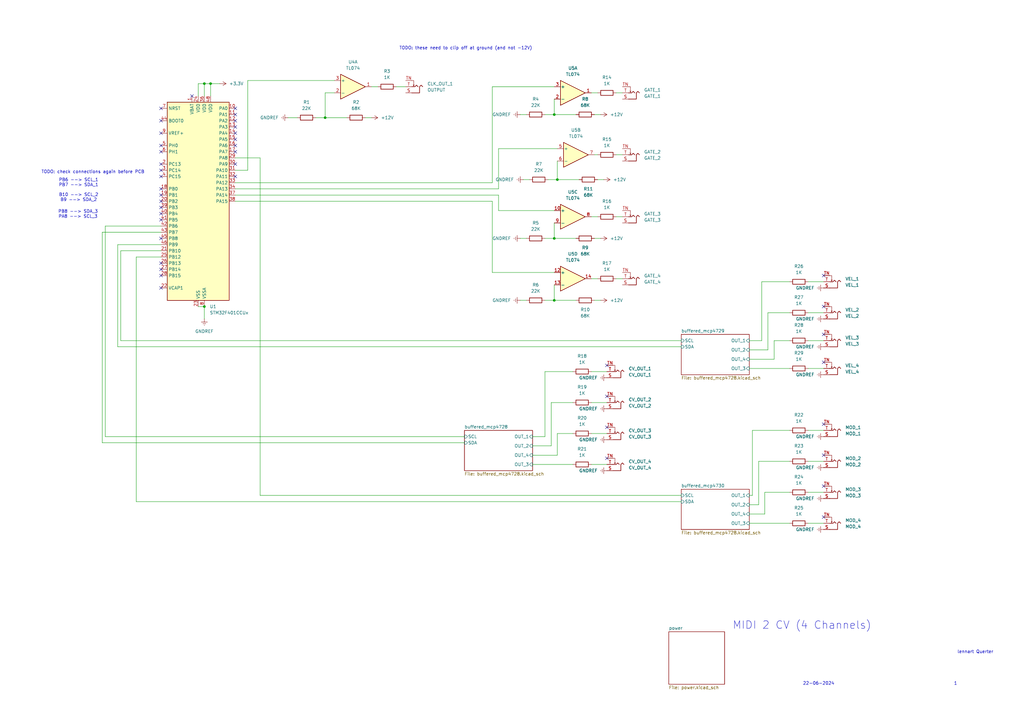
<source format=kicad_sch>
(kicad_sch (version 20231120) (generator "eeschema") (generator_version "8.0")
  (paper "A3")
  (lib_symbols
    (symbol "+12V_1" (power) (pin_numbers hide) (pin_names (offset 0) hide)
      (property "Value" "+12V" (at 0 3.556 0))
      (symbol "+12V_1_0_1"
        (polyline (pts (xy -0.762 1.27) (xy 0 2.54)))
        (polyline (pts (xy 0 0) (xy 0 2.54)))
        (polyline (pts (xy 0 2.54) (xy 0.762 1.27)))
      )
      (symbol "+12V_1_1_1"
        (pin power_in line (at 0 0 90) (length 0) (name "~") (number "1"))
      )
    )
    (symbol "Amplifier_Operational:TL074" (pin_names (offset 0.127))
      (property "Reference" "U" (at 0 5.08 0))
      (property "Value" "TL074" (at 0 -5.08 0))
      (symbol "TL074_1_1"
        (polyline (pts (xy -5.08 5.08) (xy 5.08 0) (xy -5.08 -5.08) (xy -5.08 5.08)) (stroke (width 0.254)) (fill (type background)))
        (pin output line (at 7.62 0 180) (length 2.54) (name "~") (number "1"))
        (pin input line (at -7.62 -2.54 0) (length 2.54) (name "-") (number "2"))
        (pin input line (at -7.62 2.54 0) (length 2.54) (name "+") (number "3"))
      )
      (symbol "TL074_2_1"
        (polyline (pts (xy -5.08 5.08) (xy 5.08 0) (xy -5.08 -5.08) (xy -5.08 5.08)) (stroke (width 0.254)) (fill (type background)))
        (pin input line (at -7.62 2.54 0) (length 2.54) (name "+") (number "5"))
        (pin input line (at -7.62 -2.54 0) (length 2.54) (name "-") (number "6"))
        (pin output line (at 7.62 0 180) (length 2.54) (name "~") (number "7"))
      )
      (symbol "TL074_3_1"
        (polyline (pts (xy -5.08 5.08) (xy 5.08 0) (xy -5.08 -5.08) (xy -5.08 5.08)) (stroke (width 0.254)) (fill (type background)))
        (pin input line (at -7.62 2.54 0) (length 2.54) (name "+") (number "10"))
        (pin output line (at 7.62 0 180) (length 2.54) (name "~") (number "8"))
        (pin input line (at -7.62 -2.54 0) (length 2.54) (name "-") (number "9"))
      )
      (symbol "TL074_4_1"
        (polyline (pts (xy -5.08 5.08) (xy 5.08 0) (xy -5.08 -5.08) (xy -5.08 5.08)) (stroke (width 0.254)) (fill (type background)))
        (pin input line (at -7.62 2.54 0) (length 2.54) (name "+") (number "12"))
        (pin input line (at -7.62 -2.54 0) (length 2.54) (name "-") (number "13"))
        (pin output line (at 7.62 0 180) (length 2.54) (name "~") (number "14"))
      )
      (symbol "TL074_5_1"
        (pin power_in line (at -2.54 -7.62 90) (length 3.81) (name "V-") (number "11"))
        (pin power_in line (at -2.54 7.62 270) (length 3.81) (name "V+") (number "4"))
      )
    )
    (symbol "GNDREF_1" (power) (pin_numbers hide) (pin_names (offset 0) hide)
      (property "Value" "GNDREF" (at 0 -3.81 0))
      (symbol "GNDREF_1_0_1"
        (polyline (pts (xy -0.635 -1.905) (xy 0.635 -1.905)))
        (polyline (pts (xy -0.127 -2.54) (xy 0.127 -2.54)))
        (polyline (pts (xy 0 -1.27) (xy 0 0)))
        (polyline (pts (xy 1.27 -1.27) (xy -1.27 -1.27)))
      )
      (symbol "GNDREF_1_1_1"
        (pin power_in line (at 0 0 270) (length 0) (name "~") (number "1"))
      )
    )
    (symbol "GNDREF_2" (power) (pin_numbers hide) (pin_names (offset 0) hide)
      (property "Value" "GNDREF" (at 0 -3.81 0))
      (symbol "GNDREF_2_0_1"
        (polyline (pts (xy -0.635 -1.905) (xy 0.635 -1.905)))
        (polyline (pts (xy -0.127 -2.54) (xy 0.127 -2.54)))
        (polyline (pts (xy 0 -1.27) (xy 0 0)))
        (polyline (pts (xy 1.27 -1.27) (xy -1.27 -1.27)))
      )
      (symbol "GNDREF_2_1_1"
        (pin power_in line (at 0 0 270) (length 0) (name "~") (number "1"))
      )
    )
    (symbol "GNDREF_3" (power) (pin_numbers hide) (pin_names (offset 0) hide)
      (property "Value" "GNDREF" (at 0 -3.81 0))
      (symbol "GNDREF_3_0_1"
        (polyline (pts (xy -0.635 -1.905) (xy 0.635 -1.905)))
        (polyline (pts (xy -0.127 -2.54) (xy 0.127 -2.54)))
        (polyline (pts (xy 0 -1.27) (xy 0 0)))
        (polyline (pts (xy 1.27 -1.27) (xy -1.27 -1.27)))
      )
      (symbol "GNDREF_3_1_1"
        (pin power_in line (at 0 0 270) (length 0) (name "~") (number "1"))
      )
    )
    (symbol "MCU_ST_STM32F4:STM32F401CCUx"
      (property "Reference" "U" (at -12.7 41.91 0))
      (property "Value" "STM32F401CCUx" (at 7.62 41.91 0))
      (symbol "STM32F401CCUx_0_1"
        (rectangle (start -12.7 -40.64) (end 12.7 40.64) (stroke (width 0.254)) (fill (type background)))
      )
      (symbol "STM32F401CCUx_1_1"
        (pin power_in line (at -2.54 43.18 270) (length 2.54) (name "VBAT") (number "1"))
        (pin bidirectional line (at 15.24 38.1 180) (length 2.54) (name "PA0") (number "10"))
        (pin bidirectional line (at 15.24 35.56 180) (length 2.54) (name "PA1") (number "11"))
        (pin bidirectional line (at 15.24 33.02 180) (length 2.54) (name "PA2") (number "12"))
        (pin bidirectional line (at 15.24 30.48 180) (length 2.54) (name "PA3") (number "13"))
        (pin bidirectional line (at 15.24 27.94 180) (length 2.54) (name "PA4") (number "14"))
        (pin bidirectional line (at 15.24 25.4 180) (length 2.54) (name "PA5") (number "15"))
        (pin bidirectional line (at 15.24 22.86 180) (length 2.54) (name "PA6") (number "16"))
        (pin bidirectional line (at 15.24 20.32 180) (length 2.54) (name "PA7") (number "17"))
        (pin bidirectional line (at -15.24 5.08 0) (length 2.54) (name "PB0") (number "18"))
        (pin bidirectional line (at -15.24 2.54 0) (length 2.54) (name "PB1") (number "19"))
        (pin bidirectional line (at -15.24 15.24 0) (length 2.54) (name "PC13") (number "2"))
        (pin bidirectional line (at -15.24 0 0) (length 2.54) (name "PB2") (number "20"))
        (pin bidirectional line (at -15.24 -20.32 0) (length 2.54) (name "PB10") (number "21"))
        (pin power_out line (at -15.24 -35.56 0) (length 2.54) (name "VCAP1") (number "22"))
        (pin power_in line (at 0 -43.18 90) (length 2.54) (name "VSS") (number "23"))
        (pin power_in line (at 0 43.18 270) (length 2.54) (name "VDD") (number "24"))
        (pin bidirectional line (at -15.24 -22.86 0) (length 2.54) (name "PB12") (number "25"))
        (pin bidirectional line (at -15.24 -25.4 0) (length 2.54) (name "PB13") (number "26"))
        (pin bidirectional line (at -15.24 -27.94 0) (length 2.54) (name "PB14") (number "27"))
        (pin bidirectional line (at -15.24 -30.48 0) (length 2.54) (name "PB15") (number "28"))
        (pin bidirectional line (at 15.24 17.78 180) (length 2.54) (name "PA8") (number "29"))
        (pin bidirectional line (at -15.24 12.7 0) (length 2.54) (name "PC14") (number "3"))
        (pin bidirectional line (at 15.24 15.24 180) (length 2.54) (name "PA9") (number "30"))
        (pin bidirectional line (at 15.24 12.7 180) (length 2.54) (name "PA10") (number "31"))
        (pin bidirectional line (at 15.24 10.16 180) (length 2.54) (name "PA11") (number "32"))
        (pin bidirectional line (at 15.24 7.62 180) (length 2.54) (name "PA12") (number "33"))
        (pin bidirectional line (at 15.24 5.08 180) (length 2.54) (name "PA13") (number "34"))
        (pin passive line (at 0 -43.18 90) (length 2.54) hide (name "VSS") (number "35"))
        (pin power_in line (at 2.54 43.18 270) (length 2.54) (name "VDD") (number "36"))
        (pin bidirectional line (at 15.24 2.54 180) (length 2.54) (name "PA14") (number "37"))
        (pin bidirectional line (at 15.24 0 180) (length 2.54) (name "PA15") (number "38"))
        (pin bidirectional line (at -15.24 -2.54 0) (length 2.54) (name "PB3") (number "39"))
        (pin bidirectional line (at -15.24 10.16 0) (length 2.54) (name "PC15") (number "4"))
        (pin bidirectional line (at -15.24 -5.08 0) (length 2.54) (name "PB4") (number "40"))
        (pin bidirectional line (at -15.24 -7.62 0) (length 2.54) (name "PB5") (number "41"))
        (pin bidirectional line (at -15.24 -10.16 0) (length 2.54) (name "PB6") (number "42"))
        (pin bidirectional line (at -15.24 -12.7 0) (length 2.54) (name "PB7") (number "43"))
        (pin input line (at -15.24 33.02 0) (length 2.54) (name "BOOT0") (number "44"))
        (pin bidirectional line (at -15.24 -15.24 0) (length 2.54) (name "PB8") (number "45"))
        (pin bidirectional line (at -15.24 -17.78 0) (length 2.54) (name "PB9") (number "46"))
        (pin passive line (at 0 -43.18 90) (length 2.54) hide (name "VSS") (number "47"))
        (pin power_in line (at 5.08 43.18 270) (length 2.54) (name "VDD") (number "48"))
        (pin passive line (at 0 -43.18 90) (length 2.54) hide (name "VSS") (number "49"))
        (pin bidirectional line (at -15.24 22.86 0) (length 2.54) (name "PH0") (number "5"))
        (pin bidirectional line (at -15.24 20.32 0) (length 2.54) (name "PH1") (number "6"))
        (pin input line (at -15.24 38.1 0) (length 2.54) (name "NRST") (number "7"))
        (pin power_in line (at 2.54 -43.18 90) (length 2.54) (name "VSSA") (number "8"))
        (pin input line (at -15.24 27.94 0) (length 2.54) (name "VREF+") (number "9"))
      )
    )
    (symbol "power:+3.3V" (power) (pin_numbers hide) (pin_names (offset 0) hide)
      (property "Value" "+3.3V" (at 0 3.556 0))
      (symbol "+3.3V_0_1"
        (polyline (pts (xy -0.762 1.27) (xy 0 2.54)))
        (polyline (pts (xy 0 0) (xy 0 2.54)))
        (polyline (pts (xy 0 2.54) (xy 0.762 1.27)))
      )
      (symbol "+3.3V_1_1"
        (pin power_in line (at 0 0 90) (length 0) (name "~") (number "1"))
      )
    )
    (symbol "synth:AudioJack_Mono_3.5mm"
      (property "Reference" "J" (at 0 8.89 0))
      (property "Value" "AudioJack_Mono_3.5mm" (at 0 6.35 0))
      (symbol "AudioJack_Mono_3.5mm_0_1"
        (polyline (pts (xy 1.778 -0.254) (xy 2.032 -0.762)))
        (polyline (pts (xy 0 0) (xy 0.635 -0.635) (xy 1.27 0) (xy 2.54 0)) (stroke (width 0.254)))
        (polyline (pts (xy 2.54 -2.54) (xy 1.778 -2.54) (xy 1.778 -0.254) (xy 1.524 -0.762)))
        (polyline (pts (xy 2.54 2.54) (xy -0.635 2.54) (xy -0.635 0) (xy -1.27 -0.635) (xy -1.905 0)) (stroke (width 0.254)))
      )
      (symbol "AudioJack_Mono_3.5mm_1_1"
        (pin passive line (at 5.08 2.54 180) (length 2.54) (name "~") (number "S"))
        (pin passive line (at 5.08 0 180) (length 2.54) (name "~") (number "T"))
        (pin passive line (at 5.08 -2.54 180) (length 2.54) (name "~") (number "TN"))
      )
    )
    (symbol "synth:R_Default" (pin_numbers hide) (pin_names (offset 0))
      (property "Reference" "R" (at -2.032 0 90))
      (property "Value" "R1" (at 2.032 0 90))
      (symbol "R_Default_0_1"
        (rectangle (start 1.016 -2.54) (end -1.016 2.54) (stroke (width 0.254)))
      )
      (symbol "R_Default_1_1"
        (pin passive line (at 0 -3.81 90) (length 1.27) (name "~") (number "1"))
        (pin passive line (at 0 3.81 270) (length 1.27) (name "~") (number "2"))
      )
    )
  )
  (junction (at 227.33 97.79))
  (junction (at 227.33 46.99))
  (junction (at 83.82 34.29))
  (junction (at 133.35 48.26))
  (junction (at 86.36 34.29))
  (junction (at 228.6 73.66))
  (junction (at 83.82 125.73))
  (junction (at 227.33 123.19))
  (no_connect (at 248.92 187.96))
  (no_connect (at 337.82 148.59))
  (no_connect (at 96.52 59.69))
  (no_connect (at 66.04 90.17))
  (no_connect (at 248.92 162.56))
  (no_connect (at 66.04 62.23))
  (no_connect (at 66.04 67.31))
  (no_connect (at 96.52 44.45))
  (no_connect (at 96.52 46.99))
  (no_connect (at 337.82 125.73))
  (no_connect (at 78.74 39.37))
  (no_connect (at 66.04 44.45))
  (no_connect (at 337.82 199.39))
  (no_connect (at 66.04 54.61))
  (no_connect (at 248.92 175.26))
  (no_connect (at 66.04 72.39))
  (no_connect (at 66.04 59.69))
  (no_connect (at 96.52 54.61))
  (no_connect (at 66.04 82.55))
  (no_connect (at 96.52 52.07))
  (no_connect (at 248.92 149.86))
  (no_connect (at 66.04 49.53))
  (no_connect (at 96.52 72.39))
  (no_connect (at 337.82 137.16))
  (no_connect (at 337.82 186.69))
  (no_connect (at 96.52 67.31))
  (no_connect (at 96.52 49.53))
  (no_connect (at 337.82 113.03))
  (no_connect (at 96.52 57.15))
  (no_connect (at 66.04 87.63))
  (no_connect (at 337.82 173.99))
  (no_connect (at 66.04 77.47))
  (no_connect (at 66.04 69.85))
  (no_connect (at 66.04 118.11))
  (no_connect (at 66.04 97.79))
  (no_connect (at 337.82 212.09))
  (no_connect (at 66.04 85.09))
  (no_connect (at 66.04 113.03))
  (no_connect (at 66.04 110.49))
  (no_connect (at 96.52 62.23))
  (no_connect (at 66.04 80.01))
  (no_connect (at 66.04 107.95))
  (wire (pts (xy 242.57 177.8) (xy 248.92 177.8)))
  (wire (pts (xy 83.82 39.37) (xy 83.82 34.29)))
  (wire (pts (xy 307.34 139.7) (xy 312.42 139.7)))
  (wire (pts (xy 331.47 214.63) (xy 337.82 214.63)))
  (wire (pts (xy 308.61 203.2) (xy 308.61 176.53)))
  (wire (pts (xy 96.52 74.93) (xy 201.93 74.93)))
  (wire (pts (xy 49.53 102.87) (xy 49.53 139.7)))
  (wire (pts (xy 252.73 38.1) (xy 255.27 38.1)))
  (wire (pts (xy 213.36 46.99) (xy 215.9 46.99)))
  (wire (pts (xy 245.11 38.1) (xy 242.57 38.1)))
  (wire (pts (xy 223.52 179.07) (xy 223.52 152.4)))
  (wire (pts (xy 245.11 73.66) (xy 247.65 73.66)))
  (wire (pts (xy 252.73 63.5) (xy 255.27 63.5)))
  (wire (pts (xy 66.04 100.33) (xy 48.26 100.33)))
  (wire (pts (xy 218.44 182.88) (xy 226.06 182.88)))
  (wire (pts (xy 228.6 186.69) (xy 228.6 177.8)))
  (wire (pts (xy 228.6 73.66) (xy 237.49 73.66)))
  (wire (pts (xy 218.44 186.69) (xy 228.6 186.69)))
  (wire (pts (xy 224.79 73.66) (xy 228.6 73.66)))
  (wire (pts (xy 101.6 33.02) (xy 101.6 69.85)))
  (wire (pts (xy 331.47 128.27) (xy 337.82 128.27)))
  (wire (pts (xy 331.47 139.7) (xy 337.82 139.7)))
  (wire (pts (xy 213.36 97.79) (xy 215.9 97.79)))
  (wire (pts (xy 55.88 205.74) (xy 279.4 205.74)))
  (wire (pts (xy 152.4 35.56) (xy 154.94 35.56)))
  (wire (pts (xy 331.47 201.93) (xy 337.82 201.93)))
  (wire (pts (xy 227.33 123.19) (xy 236.22 123.19)))
  (wire (pts (xy 118.11 48.26) (xy 121.92 48.26)))
  (wire (pts (xy 83.82 130.81) (xy 83.82 125.73)))
  (wire (pts (xy 149.86 48.26) (xy 152.4 48.26)))
  (wire (pts (xy 279.4 203.2) (xy 106.68 203.2)))
  (wire (pts (xy 243.84 46.99) (xy 246.38 46.99)))
  (wire (pts (xy 43.18 179.07) (xy 190.5 179.07)))
  (wire (pts (xy 201.93 74.93) (xy 201.93 35.56)))
  (wire (pts (xy 101.6 33.02) (xy 137.16 33.02)))
  (wire (pts (xy 204.47 77.47) (xy 204.47 60.96)))
  (wire (pts (xy 204.47 86.36) (xy 227.33 86.36)))
  (wire (pts (xy 223.52 123.19) (xy 227.33 123.19)))
  (wire (pts (xy 41.91 181.61) (xy 190.5 181.61)))
  (wire (pts (xy 201.93 111.76) (xy 227.33 111.76)))
  (wire (pts (xy 308.61 176.53) (xy 323.85 176.53)))
  (wire (pts (xy 66.04 102.87) (xy 49.53 102.87)))
  (wire (pts (xy 66.04 92.71) (xy 43.18 92.71)))
  (wire (pts (xy 242.57 190.5) (xy 248.92 190.5)))
  (wire (pts (xy 252.73 88.9) (xy 255.27 88.9)))
  (wire (pts (xy 227.33 97.79) (xy 227.33 91.44)))
  (wire (pts (xy 48.26 100.33) (xy 48.26 142.24)))
  (wire (pts (xy 243.84 123.19) (xy 246.38 123.19)))
  (wire (pts (xy 96.52 69.85) (xy 101.6 69.85)))
  (wire (pts (xy 307.34 214.63) (xy 323.85 214.63)))
  (wire (pts (xy 48.26 142.24) (xy 279.4 142.24)))
  (wire (pts (xy 49.53 139.7) (xy 279.4 139.7)))
  (wire (pts (xy 96.52 77.47) (xy 204.47 77.47)))
  (wire (pts (xy 133.35 48.26) (xy 142.24 48.26)))
  (wire (pts (xy 311.15 207.01) (xy 311.15 189.23)))
  (wire (pts (xy 129.54 48.26) (xy 133.35 48.26)))
  (wire (pts (xy 218.44 190.5) (xy 234.95 190.5)))
  (wire (pts (xy 55.88 105.41) (xy 55.88 205.74)))
  (wire (pts (xy 96.52 80.01) (xy 204.47 80.01)))
  (wire (pts (xy 242.57 152.4) (xy 248.92 152.4)))
  (wire (pts (xy 227.33 123.19) (xy 227.33 116.84)))
  (wire (pts (xy 331.47 115.57) (xy 337.82 115.57)))
  (wire (pts (xy 314.96 128.27) (xy 323.85 128.27)))
  (wire (pts (xy 81.28 125.73) (xy 83.82 125.73)))
  (wire (pts (xy 227.33 40.64) (xy 227.33 46.99)))
  (wire (pts (xy 213.36 123.19) (xy 215.9 123.19)))
  (wire (pts (xy 226.06 165.1) (xy 234.95 165.1)))
  (wire (pts (xy 307.34 203.2) (xy 308.61 203.2)))
  (wire (pts (xy 204.47 80.01) (xy 204.47 86.36)))
  (wire (pts (xy 312.42 115.57) (xy 323.85 115.57)))
  (wire (pts (xy 317.5 139.7) (xy 323.85 139.7)))
  (wire (pts (xy 311.15 189.23) (xy 323.85 189.23)))
  (wire (pts (xy 41.91 181.61) (xy 41.91 95.25)))
  (wire (pts (xy 252.73 114.3) (xy 255.27 114.3)))
  (wire (pts (xy 223.52 46.99) (xy 227.33 46.99)))
  (wire (pts (xy 243.84 97.79) (xy 246.38 97.79)))
  (wire (pts (xy 133.35 48.26) (xy 133.35 38.1)))
  (wire (pts (xy 228.6 73.66) (xy 228.6 66.04)))
  (wire (pts (xy 41.91 95.25) (xy 66.04 95.25)))
  (wire (pts (xy 106.68 64.77) (xy 96.52 64.77)))
  (wire (pts (xy 331.47 189.23) (xy 337.82 189.23)))
  (wire (pts (xy 96.52 82.55) (xy 201.93 82.55)))
  (wire (pts (xy 331.47 176.53) (xy 337.82 176.53)))
  (wire (pts (xy 83.82 34.29) (xy 86.36 34.29)))
  (wire (pts (xy 223.52 152.4) (xy 234.95 152.4)))
  (wire (pts (xy 314.96 143.51) (xy 314.96 128.27)))
  (wire (pts (xy 307.34 147.32) (xy 317.5 147.32)))
  (wire (pts (xy 204.47 60.96) (xy 228.6 60.96)))
  (wire (pts (xy 307.34 143.51) (xy 314.96 143.51)))
  (wire (pts (xy 223.52 97.79) (xy 227.33 97.79)))
  (wire (pts (xy 226.06 182.88) (xy 226.06 165.1)))
  (wire (pts (xy 317.5 147.32) (xy 317.5 139.7)))
  (wire (pts (xy 43.18 92.71) (xy 43.18 179.07)))
  (wire (pts (xy 86.36 34.29) (xy 90.17 34.29)))
  (wire (pts (xy 245.11 63.5) (xy 243.84 63.5)))
  (wire (pts (xy 313.69 210.82) (xy 313.69 201.93)))
  (wire (pts (xy 201.93 35.56) (xy 227.33 35.56)))
  (wire (pts (xy 133.35 38.1) (xy 137.16 38.1)))
  (wire (pts (xy 331.47 151.13) (xy 337.82 151.13)))
  (wire (pts (xy 313.69 201.93) (xy 323.85 201.93)))
  (wire (pts (xy 81.28 39.37) (xy 81.28 34.29)))
  (wire (pts (xy 242.57 165.1) (xy 248.92 165.1)))
  (wire (pts (xy 307.34 210.82) (xy 313.69 210.82)))
  (wire (pts (xy 312.42 139.7) (xy 312.42 115.57)))
  (wire (pts (xy 86.36 39.37) (xy 86.36 34.29)))
  (wire (pts (xy 66.04 105.41) (xy 55.88 105.41)))
  (wire (pts (xy 81.28 34.29) (xy 83.82 34.29)))
  (wire (pts (xy 227.33 46.99) (xy 236.22 46.99)))
  (wire (pts (xy 307.34 207.01) (xy 311.15 207.01)))
  (wire (pts (xy 307.34 151.13) (xy 323.85 151.13)))
  (wire (pts (xy 228.6 177.8) (xy 234.95 177.8)))
  (wire (pts (xy 106.68 203.2) (xy 106.68 64.77)))
  (wire (pts (xy 242.57 88.9) (xy 245.11 88.9)))
  (wire (pts (xy 214.63 73.66) (xy 217.17 73.66)))
  (wire (pts (xy 218.44 179.07) (xy 223.52 179.07)))
  (wire (pts (xy 242.57 114.3) (xy 245.11 114.3)))
  (wire (pts (xy 201.93 82.55) (xy 201.93 111.76)))
  (wire (pts (xy 227.33 97.79) (xy 236.22 97.79)))
  (wire (pts (xy 162.56 35.56) (xy 166.37 35.56)))
  (text "22-06-2024" (at 335.788 280.416 0) (effects (font (size 1.27 1.27))))
  (text "B10 --> SCL_2\nB9 --> SDA_2" (at 32.258 81.026 0) (effects (font (size 1.27 1.27))))
  (text "1" (at 391.922 280.416 0) (effects (font (size 1.27 1.27))))
  (text "lennart Querter" (at 400.05 267.462 0) (effects (font (size 1.27 1.27))))
  (text "TODO: check connections again before PCB" (at 38.1 70.612 0) (effects (font (size 1.27 1.27))))
  (text "PB8 --> SDA_3\nPA8 --> SCL_3" (at 32.004 87.884 0) (effects (font (size 1.27 1.27))))
  (text "PB6 --> SCL_1\nPB7 --> SDA_1" (at 32.258 74.93 0) (effects (font (size 1.27 1.27))))
  (text "MIDI 2 CV (4 Channels)" (at 328.93 256.54 0) (effects (font (size 3.1496 3.1496))))
  (text "TODO: these need to clip off at ground (and not -12V)" (at 191.008 19.812 0) (effects (font (size 1.27 1.27))))
  (symbol (lib_name "+12V_1") (lib_id "power:+12V") (at 246.38 123.19 270) (unit 1)
    (property "Reference" "#PWR025" (effects (hide yes)))
    (property "Value" "+12V" (at 250.19 123.1899 90) (effects (justify left)))
    (property "Description" "Power symbol creates a global label with name \"+12V\"" (effects (hide yes)))
  )
  (symbol (lib_id "synth:R_Default") (at 219.71 97.79 270) (unit 1)
    (property "Reference" "R5" (at 219.71 91.44 90))
    (property "Value" "22K" (at 219.71 93.98 90))
    (property "Footprint" "Synth:R_Default (DIN0207)" (effects (hide yes)))
    (property "Description" "Resistor" (effects (hide yes)))
  )
  (symbol (lib_id "synth:R_Default") (at 220.98 73.66 270) (unit 1)
    (property "Reference" "R7" (at 220.98 67.31 90))
    (property "Value" "22K" (at 220.98 69.85 90))
    (property "Footprint" "Synth:R_Default (DIN0207)" (effects (hide yes)))
    (property "Description" "Resistor" (effects (hide yes)))
  )
  (symbol (lib_id "synth:R_Default") (at 238.76 190.5 90) (unit 1)
    (property "Reference" "R21" (at 238.76 184.15 90))
    (property "Value" "1K" (at 238.76 186.69 90))
    (property "Footprint" "Synth:R_Default (DIN0207)" (effects (hide yes)))
    (property "Description" "Resistor" (effects (hide yes)))
  )
  (symbol (lib_id "synth:AudioJack_Mono_3.5mm") (at 254 165.1 180) (unit 1)
    (property "Reference" "CV_OUT_2" (at 257.81 163.8934 0) (effects (justify right)))
    (property "Value" "CV_OUT_2" (at 257.81 166.4334 0) (effects (justify right)))
    (property "Footprint" "Synth:Jack_3.5mm_QingPu_WQP-PJ398SM_Vertical_CircularHoles" (effects (hide yes)))
    (property "Description" "Audio Jack, 2 Poles (Mono / TS), Switched T Pole (Normalling)" (effects (hide yes)))
  )
  (symbol (lib_id "synth:R_Default") (at 240.03 97.79 270) (unit 1)
    (property "Reference" "R9" (at 240.03 101.6 90))
    (property "Value" "68K" (at 240.03 104.14 90))
    (property "Footprint" "Synth:R_Default (DIN0207)" (effects (hide yes)))
    (property "Description" "Resistor" (effects (hide yes)))
  )
  (symbol (lib_name "+12V_1") (lib_id "power:+12V") (at 247.65 73.66 270) (unit 1)
    (property "Reference" "#PWR026" (effects (hide yes)))
    (property "Value" "+12V" (at 251.46 73.6599 90) (effects (justify left)))
    (property "Description" "Power symbol creates a global label with name \"+12V\"" (effects (hide yes)))
  )
  (symbol (lib_id "synth:R_Default") (at 327.66 115.57 90) (unit 1)
    (property "Reference" "R26" (at 327.66 109.22 90))
    (property "Value" "1K" (at 327.66 111.76 90))
    (property "Footprint" "Synth:R_Default (DIN0207)" (effects (hide yes)))
    (property "Description" "Resistor" (effects (hide yes)))
  )
  (symbol (lib_id "synth:R_Default") (at 248.92 88.9 90) (unit 1)
    (property "Reference" "R16" (at 248.92 82.55 90))
    (property "Value" "1K" (at 248.92 85.09 90))
    (property "Footprint" "Synth:R_Default (DIN0207)" (effects (hide yes)))
    (property "Description" "Resistor" (effects (hide yes)))
  )
  (symbol (lib_name "GNDREF_3") (lib_id "power:GNDREF") (at 213.36 46.99 270) (unit 1)
    (property "Reference" "#PWR018" (effects (hide yes)))
    (property "Value" "GNDREF" (at 209.55 46.9899 90) (effects (justify right)))
    (property "Description" "Power symbol creates a global label with name \"GNDREF\" , reference supply ground" (effects (hide yes)))
  )
  (symbol (lib_id "synth:R_Default") (at 146.05 48.26 270) (unit 1)
    (property "Reference" "R2" (at 146.05 41.91 90))
    (property "Value" "68K" (at 146.05 44.45 90))
    (property "Footprint" "Synth:R_Default (DIN0207)" (effects (hide yes)))
    (property "Description" "Resistor" (effects (hide yes)))
  )
  (symbol (lib_name "GNDREF_2") (lib_id "power:GNDREF") (at 337.82 204.47 270) (unit 1)
    (property "Reference" "#PWR036" (effects (hide yes)))
    (property "Value" "GNDREF" (at 334.01 204.4699 90) (effects (justify right)))
    (property "Description" "Power symbol creates a global label with name \"GNDREF\" , reference supply ground" (effects (hide yes)))
  )
  (symbol (lib_id "synth:R_Default") (at 327.66 201.93 90) (unit 1)
    (property "Reference" "R24" (at 327.66 195.58 90))
    (property "Value" "1K" (at 327.66 198.12 90))
    (property "Footprint" "Synth:R_Default (DIN0207)" (effects (hide yes)))
    (property "Description" "Resistor" (effects (hide yes)))
  )
  (symbol (lib_id "synth:R_Default") (at 241.3 73.66 270) (unit 1)
    (property "Reference" "R11" (at 241.3 77.47 90))
    (property "Value" "68K" (at 241.3 80.01 90))
    (property "Footprint" "Synth:R_Default (DIN0207)" (effects (hide yes)))
    (property "Description" "Resistor" (effects (hide yes)))
  )
  (symbol (lib_id "synth:R_Default") (at 238.76 165.1 90) (unit 1)
    (property "Reference" "R19" (at 238.76 158.75 90))
    (property "Value" "1K" (at 238.76 161.29 90))
    (property "Footprint" "Synth:R_Default (DIN0207)" (effects (hide yes)))
    (property "Description" "Resistor" (effects (hide yes)))
  )
  (symbol (lib_id "power:+3.3V") (at 90.17 34.29 270) (unit 1)
    (property "Reference" "#PWR05" (effects (hide yes)))
    (property "Value" "+3.3V" (at 93.98 34.2899 90) (effects (justify left)))
    (property "Description" "Power symbol creates a global label with name \"+3.3V\"" (effects (hide yes)))
  )
  (symbol (lib_id "synth:R_Default") (at 240.03 123.19 270) (unit 1)
    (property "Reference" "R10" (at 240.03 127 90))
    (property "Value" "68K" (at 240.03 129.54 90))
    (property "Footprint" "Synth:R_Default (DIN0207)" (effects (hide yes)))
    (property "Description" "Resistor" (effects (hide yes)))
  )
  (symbol (lib_id "synth:AudioJack_Mono_3.5mm") (at 171.45 35.56 180) (unit 1)
    (property "Reference" "CLK_OUT_1" (at 175.26 34.3534 0) (effects (justify right)))
    (property "Value" "OUTPUT" (at 175.26 36.8934 0) (effects (justify right)))
    (property "Footprint" "Synth:Jack_3.5mm_QingPu_WQP-PJ398SM_Vertical_CircularHoles" (effects (hide yes)))
    (property "Description" "Audio Jack, 2 Poles (Mono / TS), Switched T Pole (Normalling)" (effects (hide yes)))
  )
  (symbol (lib_id "synth:AudioJack_Mono_3.5mm") (at 342.9 151.13 180) (unit 1)
    (property "Reference" "VEL_4" (at 346.71 149.9234 0) (effects (justify right)))
    (property "Value" "VEL_4" (at 346.71 152.4634 0) (effects (justify right)))
    (property "Footprint" "Synth:Jack_3.5mm_QingPu_WQP-PJ398SM_Vertical_CircularHoles" (effects (hide yes)))
    (property "Description" "Audio Jack, 2 Poles (Mono / TS), Switched T Pole (Normalling)" (effects (hide yes)))
  )
  (symbol (lib_id "synth:AudioJack_Mono_3.5mm") (at 342.9 115.57 180) (unit 1)
    (property "Reference" "VEL_1" (at 346.71 114.3634 0) (effects (justify right)))
    (property "Value" "VEL_1" (at 346.71 116.9034 0) (effects (justify right)))
    (property "Footprint" "Synth:Jack_3.5mm_QingPu_WQP-PJ398SM_Vertical_CircularHoles" (effects (hide yes)))
    (property "Description" "Audio Jack, 2 Poles (Mono / TS), Switched T Pole (Normalling)" (effects (hide yes)))
  )
  (symbol (lib_id "synth:AudioJack_Mono_3.5mm") (at 342.9 139.7 180) (unit 1)
    (property "Reference" "VEL_3" (at 346.71 138.4934 0) (effects (justify right)))
    (property "Value" "VEL_3" (at 346.71 141.0334 0) (effects (justify right)))
    (property "Footprint" "Synth:Jack_3.5mm_QingPu_WQP-PJ398SM_Vertical_CircularHoles" (effects (hide yes)))
    (property "Description" "Audio Jack, 2 Poles (Mono / TS), Switched T Pole (Normalling)" (effects (hide yes)))
  )
  (symbol (lib_id "synth:AudioJack_Mono_3.5mm") (at 342.9 128.27 180) (unit 1)
    (property "Reference" "VEL_2" (at 346.71 127.0634 0) (effects (justify right)))
    (property "Value" "VEL_2" (at 346.71 129.6034 0) (effects (justify right)))
    (property "Footprint" "Synth:Jack_3.5mm_QingPu_WQP-PJ398SM_Vertical_CircularHoles" (effects (hide yes)))
    (property "Description" "Audio Jack, 2 Poles (Mono / TS), Switched T Pole (Normalling)" (effects (hide yes)))
  )
  (symbol (lib_name "GNDREF_3") (lib_id "power:GNDREF") (at 118.11 48.26 270) (unit 1)
    (property "Reference" "#PWR09" (effects (hide yes)))
    (property "Value" "GNDREF" (at 114.3 48.2599 90) (effects (justify right)))
    (property "Description" "Power symbol creates a global label with name \"GNDREF\" , reference supply ground" (effects (hide yes)))
  )
  (symbol (lib_id "Amplifier_Operational:TL074") (at 144.78 35.56 0) (unit 1)
    (property "Reference" "U4" (at 144.78 25.4 0))
    (property "Value" "TL074" (at 144.78 27.94 0))
    (property "Datasheet" "http://www.ti.com/lit/ds/symlink/tl071.pdf" (effects (hide yes)))
    (property "Description" "Quad Low-Noise JFET-Input Operational Amplifiers, DIP-14/SOIC-14" (effects (hide yes)))
  )
  (symbol (lib_name "GNDREF_2") (lib_id "power:GNDREF") (at 337.82 130.81 270) (unit 1)
    (property "Reference" "#PWR039" (effects (hide yes)))
    (property "Value" "GNDREF" (at 334.01 130.8099 90) (effects (justify right)))
    (property "Description" "Power symbol creates a global label with name \"GNDREF\" , reference supply ground" (effects (hide yes)))
  )
  (symbol (lib_name "GNDREF_3") (lib_id "power:GNDREF") (at 213.36 97.79 270) (unit 1)
    (property "Reference" "#PWR019" (effects (hide yes)))
    (property "Value" "GNDREF" (at 209.55 97.7899 90) (effects (justify right)))
    (property "Description" "Power symbol creates a global label with name \"GNDREF\" , reference supply ground" (effects (hide yes)))
  )
  (symbol (lib_id "synth:R_Default") (at 327.66 151.13 90) (unit 1)
    (property "Reference" "R29" (at 327.66 144.78 90))
    (property "Value" "1K" (at 327.66 147.32 90))
    (property "Footprint" "Synth:R_Default (DIN0207)" (effects (hide yes)))
    (property "Description" "Resistor" (effects (hide yes)))
  )
  (symbol (lib_name "GNDREF_2") (lib_id "power:GNDREF") (at 337.82 153.67 270) (unit 1)
    (property "Reference" "#PWR041" (effects (hide yes)))
    (property "Value" "GNDREF" (at 334.01 153.6699 90) (effects (justify right)))
    (property "Description" "Power symbol creates a global label with name \"GNDREF\" , reference supply ground" (effects (hide yes)))
  )
  (symbol (lib_id "synth:AudioJack_Mono_3.5mm") (at 254 177.8 180) (unit 1)
    (property "Reference" "CV_OUT_3" (at 257.81 176.5934 0) (effects (justify right)))
    (property "Value" "CV_OUT_3" (at 257.81 179.1334 0) (effects (justify right)))
    (property "Footprint" "Synth:Jack_3.5mm_QingPu_WQP-PJ398SM_Vertical_CircularHoles" (effects (hide yes)))
    (property "Description" "Audio Jack, 2 Poles (Mono / TS), Switched T Pole (Normalling)" (effects (hide yes)))
  )
  (symbol (lib_name "+12V_1") (lib_id "power:+12V") (at 246.38 46.99 270) (unit 1)
    (property "Reference" "#PWR023" (effects (hide yes)))
    (property "Value" "+12V" (at 250.19 46.9899 90) (effects (justify left)))
    (property "Description" "Power symbol creates a global label with name \"+12V\"" (effects (hide yes)))
  )
  (symbol (lib_id "Amplifier_Operational:TL074") (at 234.95 88.9 0) (unit 3)
    (property "Reference" "U5" (at 234.95 78.74 0))
    (property "Value" "TL074" (at 234.95 81.28 0))
    (property "Datasheet" "http://www.ti.com/lit/ds/symlink/tl071.pdf" (effects (hide yes)))
    (property "Description" "Quad Low-Noise JFET-Input Operational Amplifiers, DIP-14/SOIC-14" (effects (hide yes)))
  )
  (symbol (lib_id "synth:AudioJack_Mono_3.5mm") (at 342.9 189.23 180) (unit 1)
    (property "Reference" "MOD_2" (at 346.71 188.0234 0) (effects (justify right)))
    (property "Value" "MOD_2" (at 346.71 190.5634 0) (effects (justify right)))
    (property "Footprint" "Synth:Jack_3.5mm_QingPu_WQP-PJ398SM_Vertical_CircularHoles" (effects (hide yes)))
    (property "Description" "Audio Jack, 2 Poles (Mono / TS), Switched T Pole (Normalling)" (effects (hide yes)))
  )
  (symbol (lib_id "synth:R_Default") (at 327.66 214.63 90) (unit 1)
    (property "Reference" "R25" (at 327.66 208.28 90))
    (property "Value" "1K" (at 327.66 210.82 90))
    (property "Footprint" "Synth:R_Default (DIN0207)" (effects (hide yes)))
    (property "Description" "Resistor" (effects (hide yes)))
  )
  (symbol (lib_name "+12V_1") (lib_id "power:+12V") (at 246.38 97.79 270) (unit 1)
    (property "Reference" "#PWR024" (effects (hide yes)))
    (property "Value" "+12V" (at 250.19 97.7899 90) (effects (justify left)))
    (property "Description" "Power symbol creates a global label with name \"+12V\"" (effects (hide yes)))
  )
  (symbol (lib_name "GNDREF_2") (lib_id "power:GNDREF") (at 337.82 142.24 270) (unit 1)
    (property "Reference" "#PWR040" (effects (hide yes)))
    (property "Value" "GNDREF" (at 334.01 142.2399 90) (effects (justify right)))
    (property "Description" "Power symbol creates a global label with name \"GNDREF\" , reference supply ground" (effects (hide yes)))
  )
  (symbol (lib_name "GNDREF_2") (lib_id "power:GNDREF") (at 337.82 191.77 270) (unit 1)
    (property "Reference" "#PWR035" (effects (hide yes)))
    (property "Value" "GNDREF" (at 334.01 191.7699 90) (effects (justify right)))
    (property "Description" "Power symbol creates a global label with name \"GNDREF\" , reference supply ground" (effects (hide yes)))
  )
  (symbol (lib_id "synth:AudioJack_Mono_3.5mm") (at 260.35 114.3 180) (unit 1)
    (property "Reference" "GATE_4" (at 264.16 113.0934 0) (effects (justify right)))
    (property "Value" "GATE_4" (at 264.16 115.6334 0) (effects (justify right)))
    (property "Footprint" "Synth:Jack_3.5mm_QingPu_WQP-PJ398SM_Vertical_CircularHoles" (effects (hide yes)))
    (property "Description" "Audio Jack, 2 Poles (Mono / TS), Switched T Pole (Normalling)" (effects (hide yes)))
  )
  (symbol (lib_name "GNDREF_3") (lib_id "power:GNDREF") (at 213.36 123.19 270) (unit 1)
    (property "Reference" "#PWR020" (effects (hide yes)))
    (property "Value" "GNDREF" (at 209.55 123.1899 90) (effects (justify right)))
    (property "Description" "Power symbol creates a global label with name \"GNDREF\" , reference supply ground" (effects (hide yes)))
  )
  (symbol (lib_id "synth:R_Default") (at 327.66 189.23 90) (unit 1)
    (property "Reference" "R23" (at 327.66 182.88 90))
    (property "Value" "1K" (at 327.66 185.42 90))
    (property "Footprint" "Synth:R_Default (DIN0207)" (effects (hide yes)))
    (property "Description" "Resistor" (effects (hide yes)))
  )
  (symbol (lib_id "Amplifier_Operational:TL074") (at 234.95 114.3 0) (unit 4)
    (property "Reference" "U5" (at 234.95 104.14 0))
    (property "Value" "TL074" (at 234.95 106.68 0))
    (property "Datasheet" "http://www.ti.com/lit/ds/symlink/tl071.pdf" (effects (hide yes)))
    (property "Description" "Quad Low-Noise JFET-Input Operational Amplifiers, DIP-14/SOIC-14" (effects (hide yes)))
  )
  (symbol (lib_id "synth:R_Default") (at 238.76 152.4 90) (unit 1)
    (property "Reference" "R18" (at 238.76 146.05 90))
    (property "Value" "1K" (at 238.76 148.59 90))
    (property "Footprint" "Synth:R_Default (DIN0207)" (effects (hide yes)))
    (property "Description" "Resistor" (effects (hide yes)))
  )
  (symbol (lib_id "synth:AudioJack_Mono_3.5mm") (at 254 190.5 180) (unit 1)
    (property "Reference" "CV_OUT_4" (at 257.81 189.2934 0) (effects (justify right)))
    (property "Value" "CV_OUT_4" (at 257.81 191.8334 0) (effects (justify right)))
    (property "Footprint" "Synth:Jack_3.5mm_QingPu_WQP-PJ398SM_Vertical_CircularHoles" (effects (hide yes)))
    (property "Description" "Audio Jack, 2 Poles (Mono / TS), Switched T Pole (Normalling)" (effects (hide yes)))
  )
  (symbol (lib_name "GNDREF_2") (lib_id "power:GNDREF") (at 248.92 154.94 270) (unit 1)
    (property "Reference" "#PWR030" (effects (hide yes)))
    (property "Value" "GNDREF" (at 245.11 154.9399 90) (effects (justify right)))
    (property "Description" "Power symbol creates a global label with name \"GNDREF\" , reference supply ground" (effects (hide yes)))
  )
  (symbol (lib_id "synth:AudioJack_Mono_3.5mm") (at 260.35 38.1 180) (unit 1)
    (property "Reference" "GATE_1" (at 264.16 36.8934 0) (effects (justify right)))
    (property "Value" "GATE_1" (at 264.16 39.4334 0) (effects (justify right)))
    (property "Footprint" "Synth:Jack_3.5mm_QingPu_WQP-PJ398SM_Vertical_CircularHoles" (effects (hide yes)))
    (property "Description" "Audio Jack, 2 Poles (Mono / TS), Switched T Pole (Normalling)" (effects (hide yes)))
  )
  (symbol (lib_name "GNDREF_2") (lib_id "power:GNDREF") (at 248.92 180.34 270) (unit 1)
    (property "Reference" "#PWR032" (effects (hide yes)))
    (property "Value" "GNDREF" (at 245.11 180.3399 90) (effects (justify right)))
    (property "Description" "Power symbol creates a global label with name \"GNDREF\" , reference supply ground" (effects (hide yes)))
  )
  (symbol (lib_name "+12V_1") (lib_id "power:+12V") (at 152.4 48.26 270) (unit 1)
    (property "Reference" "#PWR013" (effects (hide yes)))
    (property "Value" "+12V" (at 156.21 48.2599 90) (effects (justify left)))
    (property "Description" "Power symbol creates a global label with name \"+12V\"" (effects (hide yes)))
  )
  (symbol (lib_name "GNDREF_2") (lib_id "power:GNDREF") (at 337.82 179.07 270) (unit 1)
    (property "Reference" "#PWR034" (effects (hide yes)))
    (property "Value" "GNDREF" (at 334.01 179.0699 90) (effects (justify right)))
    (property "Description" "Power symbol creates a global label with name \"GNDREF\" , reference supply ground" (effects (hide yes)))
  )
  (symbol (lib_id "synth:AudioJack_Mono_3.5mm") (at 342.9 201.93 180) (unit 1)
    (property "Reference" "MOD_3" (at 346.71 200.7234 0) (effects (justify right)))
    (property "Value" "MOD_3" (at 346.71 203.2634 0) (effects (justify right)))
    (property "Footprint" "Synth:Jack_3.5mm_QingPu_WQP-PJ398SM_Vertical_CircularHoles" (effects (hide yes)))
    (property "Description" "Audio Jack, 2 Poles (Mono / TS), Switched T Pole (Normalling)" (effects (hide yes)))
  )
  (symbol (lib_id "synth:R_Default") (at 327.66 176.53 90) (unit 1)
    (property "Reference" "R22" (at 327.66 170.18 90))
    (property "Value" "1K" (at 327.66 172.72 90))
    (property "Footprint" "Synth:R_Default (DIN0207)" (effects (hide yes)))
    (property "Description" "Resistor" (effects (hide yes)))
  )
  (symbol (lib_id "synth:R_Default") (at 327.66 128.27 90) (unit 1)
    (property "Reference" "R27" (at 327.66 121.92 90))
    (property "Value" "1K" (at 327.66 124.46 90))
    (property "Footprint" "Synth:R_Default (DIN0207)" (effects (hide yes)))
    (property "Description" "Resistor" (effects (hide yes)))
  )
  (symbol (lib_name "GNDREF_2") (lib_id "power:GNDREF") (at 337.82 118.11 270) (unit 1)
    (property "Reference" "#PWR038" (effects (hide yes)))
    (property "Value" "GNDREF" (at 334.01 118.1099 90) (effects (justify right)))
    (property "Description" "Power symbol creates a global label with name \"GNDREF\" , reference supply ground" (effects (hide yes)))
  )
  (symbol (lib_id "synth:R_Default") (at 248.92 63.5 90) (unit 1)
    (property "Reference" "R15" (at 248.92 57.15 90))
    (property "Value" "1K" (at 248.92 59.69 90))
    (property "Footprint" "Synth:R_Default (DIN0207)" (effects (hide yes)))
    (property "Description" "Resistor" (effects (hide yes)))
  )
  (symbol (lib_id "synth:R_Default") (at 219.71 123.19 270) (unit 1)
    (property "Reference" "R6" (at 219.71 116.84 90))
    (property "Value" "22K" (at 219.71 119.38 90))
    (property "Footprint" "Synth:R_Default (DIN0207)" (effects (hide yes)))
    (property "Description" "Resistor" (effects (hide yes)))
  )
  (symbol (lib_id "synth:R_Default") (at 158.75 35.56 90) (unit 1)
    (property "Reference" "R3" (at 158.75 29.21 90))
    (property "Value" "1K" (at 158.75 31.75 90))
    (property "Footprint" "Synth:R_Default (DIN0207)" (effects (hide yes)))
    (property "Description" "Resistor" (effects (hide yes)))
  )
  (symbol (lib_name "GNDREF_2") (lib_id "power:GNDREF") (at 248.92 193.04 270) (unit 1)
    (property "Reference" "#PWR033" (effects (hide yes)))
    (property "Value" "GNDREF" (at 245.11 193.0399 90) (effects (justify right)))
    (property "Description" "Power symbol creates a global label with name \"GNDREF\" , reference supply ground" (effects (hide yes)))
  )
  (symbol (lib_id "synth:AudioJack_Mono_3.5mm") (at 260.35 63.5 180) (unit 1)
    (property "Reference" "GATE_2" (at 264.16 62.2934 0) (effects (justify right)))
    (property "Value" "GATE_2" (at 264.16 64.8334 0) (effects (justify right)))
    (property "Footprint" "Synth:Jack_3.5mm_QingPu_WQP-PJ398SM_Vertical_CircularHoles" (effects (hide yes)))
    (property "Description" "Audio Jack, 2 Poles (Mono / TS), Switched T Pole (Normalling)" (effects (hide yes)))
  )
  (symbol (lib_name "GNDREF_2") (lib_id "power:GNDREF") (at 248.92 167.64 270) (unit 1)
    (property "Reference" "#PWR031" (effects (hide yes)))
    (property "Value" "GNDREF" (at 245.11 167.6399 90) (effects (justify right)))
    (property "Description" "Power symbol creates a global label with name \"GNDREF\" , reference supply ground" (effects (hide yes)))
  )
  (symbol (lib_id "Amplifier_Operational:TL074") (at 234.95 38.1 0) (unit 1)
    (property "Reference" "U5" (at 234.95 27.94 0))
    (property "Value" "TL074" (at 234.95 30.48 0))
    (property "Datasheet" "http://www.ti.com/lit/ds/symlink/tl071.pdf" (effects (hide yes)))
    (property "Description" "Quad Low-Noise JFET-Input Operational Amplifiers, DIP-14/SOIC-14" (effects (hide yes)))
  )
  (symbol (lib_id "synth:AudioJack_Mono_3.5mm") (at 260.35 88.9 180) (unit 1)
    (property "Reference" "GATE_3" (at 264.16 87.6934 0) (effects (justify right)))
    (property "Value" "GATE_3" (at 264.16 90.2334 0) (effects (justify right)))
    (property "Footprint" "Synth:Jack_3.5mm_QingPu_WQP-PJ398SM_Vertical_CircularHoles" (effects (hide yes)))
    (property "Description" "Audio Jack, 2 Poles (Mono / TS), Switched T Pole (Normalling)" (effects (hide yes)))
  )
  (symbol (lib_id "synth:R_Default") (at 327.66 139.7 90) (unit 1)
    (property "Reference" "R28" (at 327.66 133.35 90))
    (property "Value" "1K" (at 327.66 135.89 90))
    (property "Footprint" "Synth:R_Default (DIN0207)" (effects (hide yes)))
    (property "Description" "Resistor" (effects (hide yes)))
  )
  (symbol (lib_name "GNDREF_2") (lib_id "power:GNDREF") (at 337.82 217.17 270) (unit 1)
    (property "Reference" "#PWR037" (effects (hide yes)))
    (property "Value" "GNDREF" (at 334.01 217.1699 90) (effects (justify right)))
    (property "Description" "Power symbol creates a global label with name \"GNDREF\" , reference supply ground" (effects (hide yes)))
  )
  (symbol (lib_name "GNDREF_3") (lib_id "power:GNDREF") (at 214.63 73.66 270) (unit 1)
    (property "Reference" "#PWR021" (effects (hide yes)))
    (property "Value" "GNDREF" (at 210.82 73.6599 90) (effects (justify right)))
    (property "Description" "Power symbol creates a global label with name \"GNDREF\" , reference supply ground" (effects (hide yes)))
  )
  (symbol (lib_id "synth:AudioJack_Mono_3.5mm") (at 342.9 176.53 180) (unit 1)
    (property "Reference" "MOD_1" (at 346.71 175.3234 0) (effects (justify right)))
    (property "Value" "MOD_1" (at 346.71 177.8634 0) (effects (justify right)))
    (property "Footprint" "Synth:Jack_3.5mm_QingPu_WQP-PJ398SM_Vertical_CircularHoles" (effects (hide yes)))
    (property "Description" "Audio Jack, 2 Poles (Mono / TS), Switched T Pole (Normalling)" (effects (hide yes)))
  )
  (symbol (lib_id "Amplifier_Operational:TL074") (at 236.22 63.5 0) (unit 2)
    (property "Reference" "U5" (at 236.22 53.34 0))
    (property "Value" "TL074" (at 236.22 55.88 0))
    (property "Datasheet" "http://www.ti.com/lit/ds/symlink/tl071.pdf" (effects (hide yes)))
    (property "Description" "Quad Low-Noise JFET-Input Operational Amplifiers, DIP-14/SOIC-14" (effects (hide yes)))
  )
  (symbol (lib_id "synth:AudioJack_Mono_3.5mm") (at 254 152.4 180) (unit 1)
    (property "Reference" "CV_OUT_1" (at 257.81 151.1934 0) (effects (justify right)))
    (property "Value" "CV_OUT_1" (at 257.81 153.7334 0) (effects (justify right)))
    (property "Footprint" "Synth:Jack_3.5mm_QingPu_WQP-PJ398SM_Vertical_CircularHoles" (effects (hide yes)))
    (property "Description" "Audio Jack, 2 Poles (Mono / TS), Switched T Pole (Normalling)" (effects (hide yes)))
  )
  (symbol (lib_id "MCU_ST_STM32F4:STM32F401CCUx") (at 81.28 82.55 0) (unit 1)
    (property "Reference" "U1" (at 86.0141 125.73 0) (effects (justify left)))
    (property "Value" "STM32F401CCUx" (at 86.0141 128.27 0) (effects (justify left)))
    (property "Footprint" "Package_DFN_QFN:QFN-48-1EP_7x7mm_P0.5mm_EP5.6x5.6mm" (effects (hide yes)))
    (property "Datasheet" "https://www.st.com/resource/en/datasheet/stm32f401cc.pdf" (effects (hide yes)))
    (property "Description" "STMicroelectronics Arm Cortex-M4 MCU, 256KB flash, 64KB RAM, 84 MHz, 1.7-3.6V, 36 GPIO, UFQFPN48" (effects (hide yes)))
  )
  (symbol (lib_id "synth:R_Default") (at 238.76 177.8 90) (unit 1)
    (property "Reference" "R20" (at 238.76 171.45 90))
    (property "Value" "1K" (at 238.76 173.99 90))
    (property "Footprint" "Synth:R_Default (DIN0207)" (effects (hide yes)))
    (property "Description" "Resistor" (effects (hide yes)))
  )
  (symbol (lib_id "synth:R_Default") (at 248.92 38.1 90) (unit 1)
    (property "Reference" "R14" (at 248.92 31.75 90))
    (property "Value" "1K" (at 248.92 34.29 90))
    (property "Footprint" "Synth:R_Default (DIN0207)" (effects (hide yes)))
    (property "Description" "Resistor" (effects (hide yes)))
  )
  (symbol (lib_id "synth:AudioJack_Mono_3.5mm") (at 342.9 214.63 180) (unit 1)
    (property "Reference" "MOD_4" (at 346.71 213.4234 0) (effects (justify right)))
    (property "Value" "MOD_4" (at 346.71 215.9634 0) (effects (justify right)))
    (property "Footprint" "Synth:Jack_3.5mm_QingPu_WQP-PJ398SM_Vertical_CircularHoles" (effects (hide yes)))
    (property "Description" "Audio Jack, 2 Poles (Mono / TS), Switched T Pole (Normalling)" (effects (hide yes)))
  )
  (symbol (lib_id "synth:R_Default") (at 125.73 48.26 270) (unit 1)
    (property "Reference" "R1" (at 125.73 41.91 90))
    (property "Value" "22K" (at 125.73 44.45 90))
    (property "Footprint" "Synth:R_Default (DIN0207)" (effects (hide yes)))
    (property "Description" "Resistor" (effects (hide yes)))
  )
  (symbol (lib_id "synth:R_Default") (at 248.92 114.3 90) (unit 1)
    (property "Reference" "R17" (at 248.92 107.95 90))
    (property "Value" "1K" (at 248.92 110.49 90))
    (property "Footprint" "Synth:R_Default (DIN0207)" (effects (hide yes)))
    (property "Description" "Resistor" (effects (hide yes)))
  )
  (symbol (lib_id "synth:R_Default") (at 219.71 46.99 270) (unit 1)
    (property "Reference" "R4" (at 219.71 40.64 90))
    (property "Value" "22K" (at 219.71 43.18 90))
    (property "Footprint" "Synth:R_Default (DIN0207)" (effects (hide yes)))
    (property "Description" "Resistor" (effects (hide yes)))
  )
  (symbol (lib_name "GNDREF_1") (lib_id "power:GNDREF") (at 83.82 130.81 0) (unit 1)
    (property "Reference" "#PWR04" (effects (hide yes)))
    (property "Value" "GNDREF" (at 83.82 135.89 0))
    (property "Description" "Power symbol creates a global label with name \"GNDREF\" , reference supply ground" (effects (hide yes)))
  )
  (symbol (lib_id "synth:R_Default") (at 240.03 46.99 270) (unit 1)
    (property "Reference" "R8" (at 240.03 40.64 90))
    (property "Value" "68K" (at 240.03 43.18 90))
    (property "Footprint" "Synth:R_Default (DIN0207)" (effects (hide yes)))
    (property "Description" "Resistor" (effects (hide yes)))
  )
  (sheet (at 279.4 137.16) (size 27.94 16.51) (stroke (width 0.1524))
    (property "Sheetname" "buffered_mcp4729" (at 279.4 136.4484 0) (effects (justify left bottom)))
    (property "Sheetfile" "buffered_mcp4728.kicad_sch" (at 279.4 154.2546 0) (effects (justify left top)))
    (pin "OUT_1" input (at 307.34 139.7 0))
    (pin "OUT_2" input (at 307.34 143.51 0))
    (pin "OUT_4" input (at 307.34 147.32 0))
    (pin "OUT_3" input (at 307.34 151.13 0))
    (pin "SCL" input (at 279.4 139.7 180))
    (pin "SDA" input (at 279.4 142.24 180))
  )
  (sheet (at 274.32 259.08) (size 22.86 21.59) (stroke (width 0.1524))
    (property "Sheetname" "power" (at 274.32 258.3684 0) (effects (justify left bottom)))
    (property "Sheetfile" "power.kicad_sch" (at 274.32 281.2546 0) (effects (justify left top)))
  )
  (sheet (at 279.4 200.66) (size 27.94 16.51) (stroke (width 0.1524))
    (property "Sheetname" "buffered_mcp4730" (at 279.4 199.9484 0) (effects (justify left bottom)))
    (property "Sheetfile" "buffered_mcp4728.kicad_sch" (at 279.4 217.7546 0) (effects (justify left top)))
    (pin "OUT_1" input (at 307.34 203.2 0))
    (pin "OUT_2" input (at 307.34 207.01 0))
    (pin "OUT_4" input (at 307.34 210.82 0))
    (pin "OUT_3" input (at 307.34 214.63 0))
    (pin "SCL" input (at 279.4 203.2 180))
    (pin "SDA" input (at 279.4 205.74 180))
  )
  (sheet (at 190.5 176.53) (size 27.94 16.51) (stroke (width 0.1524))
    (property "Sheetname" "buffered_mcp4728" (at 190.5 175.8184 0) (effects (justify left bottom)))
    (property "Sheetfile" "buffered_mcp4728.kicad_sch" (at 190.5 193.6246 0) (effects (justify left top)))
    (pin "OUT_1" input (at 218.44 179.07 0))
    (pin "OUT_2" input (at 218.44 182.88 0))
    (pin "OUT_4" input (at 218.44 186.69 0))
    (pin "OUT_3" input (at 218.44 190.5 0))
    (pin "SCL" input (at 190.5 179.07 180))
    (pin "SDA" input (at 190.5 181.61 180))
  )
)
</source>
